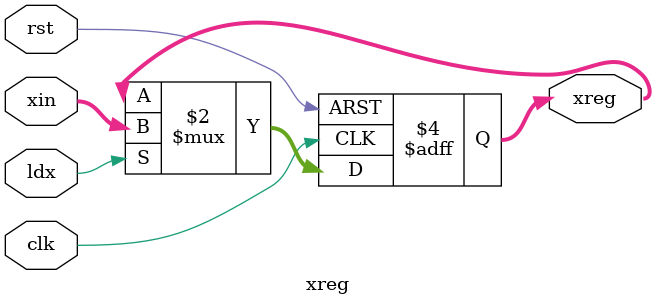
<source format=v>
`timescale 1ns/1ns
module xreg(input rst,clk,input ldx,input[15:0]xin,output reg [15:0]xreg);
  always@(posedge clk,posedge rst) begin
  if(rst) xreg<=16'b 0;
  else if(ldx) xreg<=xin;
  end
endmodule

</source>
